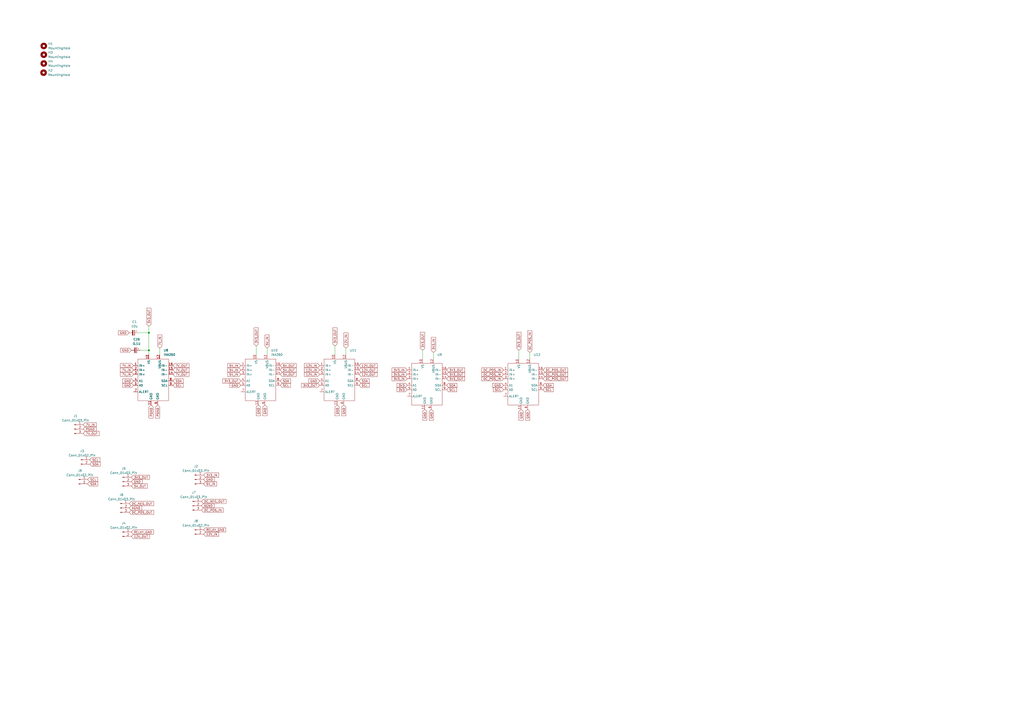
<source format=kicad_sch>
(kicad_sch (version 20231120) (generator "eeschema") (generator_version "8.0")
  (paper "A2")
  (lib_symbols
    (symbol "Connector:Conn_01x02_Pin" (pin_names (offset 1.016) hide)
      (property "Reference" "J" (at 0 2.54 0))
      (property "Value" "Conn_01x02_Pin" (at 0 -5.08 0))
      (symbol "Conn_01x02_Pin_1_1"
        (polyline (pts (xy 1.27 -2.54) (xy 0.8636 -2.54)) (stroke (width 0.1524)))
        (polyline (pts (xy 1.27 0) (xy 0.8636 0)) (stroke (width 0.1524)))
        (rectangle (start 0.8636 -2.413) (end 0 -2.667) (stroke (width 0.1524)) (fill (type outline)))
        (rectangle (start 0.8636 0.127) (end 0 -0.127) (stroke (width 0.1524)) (fill (type outline)))
        (pin passive line (at 5.08 0 180) (length 3.81) (name "Pin_1") (number "1"))
        (pin passive line (at 5.08 -2.54 180) (length 3.81) (name "Pin_2") (number "2"))
      )
    )
    (symbol "Connector:Conn_01x03_Pin" (pin_names (offset 1.016) hide)
      (property "Reference" "J" (at 0 5.08 0))
      (property "Value" "Conn_01x03_Pin" (at 0 -5.08 0))
      (symbol "Conn_01x03_Pin_1_1"
        (polyline (pts (xy 1.27 -2.54) (xy 0.8636 -2.54)) (stroke (width 0.1524)))
        (polyline (pts (xy 1.27 0) (xy 0.8636 0)) (stroke (width 0.1524)))
        (polyline (pts (xy 1.27 2.54) (xy 0.8636 2.54)) (stroke (width 0.1524)))
        (rectangle (start 0.8636 -2.413) (end 0 -2.667) (stroke (width 0.1524)) (fill (type outline)))
        (rectangle (start 0.8636 0.127) (end 0 -0.127) (stroke (width 0.1524)) (fill (type outline)))
        (rectangle (start 0.8636 2.667) (end 0 2.413) (stroke (width 0.1524)) (fill (type outline)))
        (pin passive line (at 5.08 2.54 180) (length 3.81) (name "Pin_1") (number "1"))
        (pin passive line (at 5.08 0 180) (length 3.81) (name "Pin_2") (number "2"))
        (pin passive line (at 5.08 -2.54 180) (length 3.81) (name "Pin_3") (number "3"))
      )
    )
    (symbol "Custom:INA260"
      (property "Reference" "U" (at 0 0 0))
      (property "Value" "INA260" (at 7.112 6.858 0))
      (symbol "INA260_0_1"
        (rectangle (start -8.89 33.02) (end 8.89 8.89))
      )
      (symbol "INA260_1_1"
        (pin input line (at -11.43 29.21 0) (length 2.54) (name "IN+") (number "1"))
        (pin input line (at -2.54 35.56 270) (length 2.54) (name "VS") (number "10"))
        (pin input line (at -1.27 6.35 90) (length 2.54) (name "GND") (number "11"))
        (pin input line (at 3.81 35.56 270) (length 2.54) (name "VBUS") (number "12"))
        (pin input line (at 11.43 24.13 180) (length 2.54) (name "IN-") (number "14"))
        (pin input line (at 11.43 26.67 180) (length 2.54) (name "IN-") (number "15"))
        (pin input line (at 11.43 29.21 180) (length 2.54) (name "IN-") (number "16"))
        (pin input line (at -11.43 26.67 0) (length 2.54) (name "IN+") (number "2"))
        (pin input line (at -11.43 24.13 0) (length 2.54) (name "IN+") (number "3"))
        (pin input line (at -11.43 20.32 0) (length 2.54) (name "A1") (number "4"))
        (pin input line (at -11.43 17.78 0) (length 2.54) (name "A0") (number "5"))
        (pin input line (at 2.54 6.35 90) (length 2.54) (name "GND") (number "6"))
        (pin input line (at -11.43 13.97 0) (length 2.54) (name "ALERT") (number "7"))
        (pin input line (at 11.43 20.32 180) (length 2.54) (name "SDA") (number "8"))
        (pin input line (at 11.43 17.78 180) (length 2.54) (name "SCL") (number "9"))
      )
    )
    (symbol "Device:C_Polarized_Small" (pin_numbers hide) (pin_names (offset 0.254) hide)
      (property "Reference" "C" (at 0.254 1.778 0))
      (property "Value" "C_Polarized_Small" (at 0.254 -2.032 0))
      (symbol "C_Polarized_Small_0_1"
        (rectangle (start -1.524 -0.3048) (end 1.524 -0.6858) (fill (type outline)))
        (rectangle (start -1.524 0.6858) (end 1.524 0.3048))
        (polyline (pts (xy -1.27 1.524) (xy -0.762 1.524)))
        (polyline (pts (xy -1.016 1.27) (xy -1.016 1.778)))
      )
      (symbol "C_Polarized_Small_1_1"
        (pin passive line (at 0 2.54 270) (length 1.8542) (name "~") (number "1"))
        (pin passive line (at 0 -2.54 90) (length 1.8542) (name "~") (number "2"))
      )
    )
    (symbol "Mechanical:MountingHole" (pin_names (offset 1.016))
      (property "Reference" "H" (at 0 5.08 0))
      (property "Value" "MountingHole" (at 0 3.175 0))
      (symbol "MountingHole_0_1"
        (circle (center 0 0) (radius 1.27) (stroke (width 1.27)))
      )
    )
  )
  (junction (at 86.36 193.04))
  (junction (at 86.36 203.2))
  (wire (pts (xy 251.46 204.47) (xy 251.46 208.28)))
  (wire (pts (xy 86.36 193.04) (xy 86.36 203.2)))
  (wire (pts (xy 154.94 201.93) (xy 154.94 205.74)))
  (wire (pts (xy 194.31 200.66) (xy 194.31 205.74)))
  (wire (pts (xy 86.36 203.2) (xy 86.36 205.74)))
  (wire (pts (xy 307.34 204.47) (xy 307.34 208.28)))
  (wire (pts (xy 148.59 200.66) (xy 148.59 205.74)))
  (wire (pts (xy 200.66 201.93) (xy 200.66 205.74)))
  (wire (pts (xy 245.11 203.2) (xy 245.11 208.28)))
  (wire (pts (xy 80.01 193.04) (xy 86.36 193.04)))
  (wire (pts (xy 92.71 201.93) (xy 92.71 205.74)))
  (wire (pts (xy 81.28 203.2) (xy 86.36 203.2)))
  (wire (pts (xy 86.36 189.23) (xy 86.36 193.04)))
  (wire (pts (xy 300.99 203.2) (xy 300.99 208.28)))
  (global_label "3V3" (shape input) (at 236.22 226.06 180) (property "Intersheetrefs" "${INTERSHEET_REFS}" (effects (hide yes))))
  (global_label "DC_POS_IN" (shape input) (at 116.84 295.91 0) (property "Intersheetrefs" "${INTERSHEET_REFS}" (effects (hide yes))))
  (global_label "7V_OUT" (shape input) (at 48.26 251.46 0) (property "Intersheetrefs" "${INTERSHEET_REFS}" (effects (hide yes))))
  (global_label "5V_IN" (shape input) (at 139.7 217.17 180) (property "Intersheetrefs" "${INTERSHEET_REFS}" (effects (hide yes))))
  (global_label "3V3_OUT" (shape input) (at 148.59 200.66 90) (property "Intersheetrefs" "${INTERSHEET_REFS}" (effects (hide yes))))
  (global_label "GND" (shape input) (at 195.58 234.95 270) (property "Intersheetrefs" "${INTERSHEET_REFS}" (effects (hide yes))))
  (global_label "5V_OUT" (shape input) (at 162.56 212.09 0) (property "Intersheetrefs" "${INTERSHEET_REFS}" (effects (hide yes))))
  (global_label "DC_NEG_OUT" (shape input) (at 116.84 290.83 0) (property "Intersheetrefs" "${INTERSHEET_REFS}" (effects (hide yes))))
  (global_label "5V_OUT" (shape input) (at 162.56 217.17 0) (property "Intersheetrefs" "${INTERSHEET_REFS}" (effects (hide yes))))
  (global_label "DC_NEG_OUT" (shape input) (at 74.93 292.1 0) (property "Intersheetrefs" "${INTERSHEET_REFS}" (effects (hide yes))))
  (global_label "3V3_OUT" (shape input) (at 139.7 220.98 180) (property "Intersheetrefs" "${INTERSHEET_REFS}" (effects (hide yes))))
  (global_label "SCL" (shape input) (at 259.08 226.06 0) (property "Intersheetrefs" "${INTERSHEET_REFS}" (effects (hide yes))))
  (global_label "SDA" (shape input) (at 50.8 280.67 0) (property "Intersheetrefs" "${INTERSHEET_REFS}" (effects (hide yes))))
  (global_label "12V_OUT" (shape input) (at 208.28 214.63 0) (property "Intersheetrefs" "${INTERSHEET_REFS}" (effects (hide yes))))
  (global_label "DC_POS_OUT" (shape input) (at 314.96 217.17 0) (property "Intersheetrefs" "${INTERSHEET_REFS}" (effects (hide yes))))
  (global_label "GND" (shape input) (at 246.38 237.49 270) (property "Intersheetrefs" "${INTERSHEET_REFS}" (effects (hide yes))))
  (global_label "GND" (shape input) (at 185.42 220.98 180) (property "Intersheetrefs" "${INTERSHEET_REFS}" (effects (hide yes))))
  (global_label "GND" (shape input) (at 153.67 234.95 270) (property "Intersheetrefs" "${INTERSHEET_REFS}" (effects (hide yes))))
  (global_label "GND" (shape input) (at 77.47 223.52 180) (property "Intersheetrefs" "${INTERSHEET_REFS}" (effects (hide yes))))
  (global_label "DC_POS_OUT" (shape input) (at 314.96 219.71 0) (property "Intersheetrefs" "${INTERSHEET_REFS}" (effects (hide yes))))
  (global_label "5V_IN" (shape input) (at 139.7 214.63 180) (property "Intersheetrefs" "${INTERSHEET_REFS}" (effects (hide yes))))
  (global_label "3V3_IN" (shape input) (at 236.22 217.17 180) (property "Intersheetrefs" "${INTERSHEET_REFS}" (effects (hide yes))))
  (global_label "GND" (shape input) (at 149.86 234.95 270) (property "Intersheetrefs" "${INTERSHEET_REFS}" (effects (hide yes))))
  (global_label "3V3_OUT" (shape input) (at 259.08 214.63 0) (property "Intersheetrefs" "${INTERSHEET_REFS}" (effects (hide yes))))
  (global_label "5V_IN" (shape input) (at 139.7 212.09 180) (property "Intersheetrefs" "${INTERSHEET_REFS}" (effects (hide yes))))
  (global_label "GND" (shape input) (at 139.7 223.52 180) (property "Intersheetrefs" "${INTERSHEET_REFS}" (effects (hide yes))))
  (global_label "7V_OUT" (shape input) (at 100.33 214.63 0) (property "Intersheetrefs" "${INTERSHEET_REFS}" (effects (hide yes))))
  (global_label "PGND" (shape input) (at 87.63 234.95 270) (property "Intersheetrefs" "${INTERSHEET_REFS}" (effects (hide yes))))
  (global_label "GND" (shape input) (at 306.07 237.49 270) (property "Intersheetrefs" "${INTERSHEET_REFS}" (effects (hide yes))))
  (global_label "3V3_OUT" (shape input) (at 300.99 203.2 90) (property "Intersheetrefs" "${INTERSHEET_REFS}" (effects (hide yes))))
  (global_label "12V_IN" (shape input) (at 185.42 214.63 180) (property "Intersheetrefs" "${INTERSHEET_REFS}" (effects (hide yes))))
  (global_label "GND" (shape input) (at 76.2 279.4 0) (property "Intersheetrefs" "${INTERSHEET_REFS}" (effects (hide yes))))
  (global_label "7V_IN" (shape input) (at 77.47 217.17 180) (property "Intersheetrefs" "${INTERSHEET_REFS}" (effects (hide yes))))
  (global_label "GND" (shape input) (at 118.11 278.13 0) (property "Intersheetrefs" "${INTERSHEET_REFS}" (effects (hide yes))))
  (global_label "3V3_OUT" (shape input) (at 259.08 217.17 0) (property "Intersheetrefs" "${INTERSHEET_REFS}" (effects (hide yes))))
  (global_label "3V3_IN" (shape input) (at 251.46 204.47 90) (property "Intersheetrefs" "${INTERSHEET_REFS}" (effects (hide yes))))
  (global_label "7V_IN" (shape input) (at 48.26 246.38 0) (property "Intersheetrefs" "${INTERSHEET_REFS}" (effects (hide yes))))
  (global_label "3V3_OUT" (shape input) (at 259.08 219.71 0) (property "Intersheetrefs" "${INTERSHEET_REFS}" (effects (hide yes))))
  (global_label "DC_POS_IN" (shape input) (at 307.34 204.47 90) (property "Intersheetrefs" "${INTERSHEET_REFS}" (effects (hide yes))))
  (global_label "GND" (shape input) (at 77.47 220.98 180) (property "Intersheetrefs" "${INTERSHEET_REFS}" (effects (hide yes))))
  (global_label "3V3_OUT" (shape input) (at 245.11 203.2 90) (property "Intersheetrefs" "${INTERSHEET_REFS}" (effects (hide yes))))
  (global_label "DC_POS_IN" (shape input) (at 292.1 219.71 180) (property "Intersheetrefs" "${INTERSHEET_REFS}" (effects (hide yes))))
  (global_label "12V_OUT" (shape input) (at 208.28 217.17 0) (property "Intersheetrefs" "${INTERSHEET_REFS}" (effects (hide yes))))
  (global_label "7V_IN" (shape input) (at 92.71 201.93 90) (property "Intersheetrefs" "${INTERSHEET_REFS}" (effects (hide yes))))
  (global_label "5V_OUT" (shape input) (at 162.56 214.63 0) (property "Intersheetrefs" "${INTERSHEET_REFS}" (effects (hide yes))))
  (global_label "RELAY_GND" (shape input) (at 118.11 307.34 0) (property "Intersheetrefs" "${INTERSHEET_REFS}" (effects (hide yes))))
  (global_label "5V_IN" (shape input) (at 154.94 201.93 90) (property "Intersheetrefs" "${INTERSHEET_REFS}" (effects (hide yes))))
  (global_label "GND" (shape input) (at 292.1 223.52 180) (property "Intersheetrefs" "${INTERSHEET_REFS}" (effects (hide yes))))
  (global_label "GND" (shape input) (at 250.19 237.49 270) (property "Intersheetrefs" "${INTERSHEET_REFS}" (effects (hide yes))))
  (global_label "SCL" (shape input) (at 292.1 226.06 180) (property "Intersheetrefs" "${INTERSHEET_REFS}" (effects (hide yes))))
  (global_label "3V3" (shape input) (at 236.22 223.52 180) (property "Intersheetrefs" "${INTERSHEET_REFS}" (effects (hide yes))))
  (global_label "PGND" (shape input) (at 91.44 234.95 270) (property "Intersheetrefs" "${INTERSHEET_REFS}" (effects (hide yes))))
  (global_label "PGND" (shape input) (at 48.26 248.92 0) (property "Intersheetrefs" "${INTERSHEET_REFS}" (effects (hide yes))))
  (global_label "SCL" (shape input) (at 208.28 223.52 0) (property "Intersheetrefs" "${INTERSHEET_REFS}" (effects (hide yes))))
  (global_label "SCL" (shape input) (at 162.56 223.52 0) (property "Intersheetrefs" "${INTERSHEET_REFS}" (effects (hide yes))))
  (global_label "DC_POS_OUT" (shape input) (at 314.96 214.63 0) (property "Intersheetrefs" "${INTERSHEET_REFS}" (effects (hide yes))))
  (global_label "7V_OUT" (shape input) (at 100.33 212.09 0) (property "Intersheetrefs" "${INTERSHEET_REFS}" (effects (hide yes))))
  (global_label "AGND" (shape input) (at 74.93 294.64 0) (property "Intersheetrefs" "${INTERSHEET_REFS}" (effects (hide yes))))
  (global_label "SCL" (shape input) (at 314.96 226.06 0) (property "Intersheetrefs" "${INTERSHEET_REFS}" (effects (hide yes))))
  (global_label "RELAY_GND" (shape input) (at 76.2 308.61 0) (property "Intersheetrefs" "${INTERSHEET_REFS}" (effects (hide yes))))
  (global_label "3V3_OUT" (shape input) (at 76.2 276.86 0) (property "Intersheetrefs" "${INTERSHEET_REFS}" (effects (hide yes))))
  (global_label "3V3_IN" (shape input) (at 118.11 275.59 0) (property "Intersheetrefs" "${INTERSHEET_REFS}" (effects (hide yes))))
  (global_label "SDA" (shape input) (at 100.33 220.98 0) (property "Intersheetrefs" "${INTERSHEET_REFS}" (effects (hide yes))))
  (global_label "SDA" (shape input) (at 52.07 269.24 0) (property "Intersheetrefs" "${INTERSHEET_REFS}" (effects (hide yes))))
  (global_label "SDA" (shape input) (at 208.28 220.98 0) (property "Intersheetrefs" "${INTERSHEET_REFS}" (effects (hide yes))))
  (global_label "12V_IN" (shape input) (at 185.42 212.09 180) (property "Intersheetrefs" "${INTERSHEET_REFS}" (effects (hide yes))))
  (global_label "3V3_OUT" (shape input) (at 185.42 223.52 180) (property "Intersheetrefs" "${INTERSHEET_REFS}" (effects (hide yes))))
  (global_label "AGND" (shape input) (at 116.84 293.37 0) (property "Intersheetrefs" "${INTERSHEET_REFS}" (effects (hide yes))))
  (global_label "3V3_OUT" (shape input) (at 194.31 200.66 90) (property "Intersheetrefs" "${INTERSHEET_REFS}" (effects (hide yes))))
  (global_label "3V3_IN" (shape input) (at 236.22 219.71 180) (property "Intersheetrefs" "${INTERSHEET_REFS}" (effects (hide yes))))
  (global_label "12V_IN" (shape input) (at 200.66 201.93 90) (property "Intersheetrefs" "${INTERSHEET_REFS}" (effects (hide yes))))
  (global_label "3V3_IN" (shape input) (at 236.22 214.63 180) (property "Intersheetrefs" "${INTERSHEET_REFS}" (effects (hide yes))))
  (global_label "GND" (shape input) (at 74.93 193.04 180) (property "Intersheetrefs" "${INTERSHEET_REFS}" (effects (hide yes))))
  (global_label "7V_OUT" (shape input) (at 100.33 217.17 0) (property "Intersheetrefs" "${INTERSHEET_REFS}" (effects (hide yes))))
  (global_label "DC_POS_IN" (shape input) (at 292.1 217.17 180) (property "Intersheetrefs" "${INTERSHEET_REFS}" (effects (hide yes))))
  (global_label "SCL" (shape input) (at 100.33 223.52 0) (property "Intersheetrefs" "${INTERSHEET_REFS}" (effects (hide yes))))
  (global_label "5V_OUT" (shape input) (at 76.2 281.94 0) (property "Intersheetrefs" "${INTERSHEET_REFS}" (effects (hide yes))))
  (global_label "3V3_OUT" (shape input) (at 86.36 189.23 90) (property "Intersheetrefs" "${INTERSHEET_REFS}" (effects (hide yes))))
  (global_label "GND" (shape input) (at 199.39 234.95 270) (property "Intersheetrefs" "${INTERSHEET_REFS}" (effects (hide yes))))
  (global_label "SDA" (shape input) (at 259.08 223.52 0) (property "Intersheetrefs" "${INTERSHEET_REFS}" (effects (hide yes))))
  (global_label "SDA" (shape input) (at 314.96 223.52 0) (property "Intersheetrefs" "${INTERSHEET_REFS}" (effects (hide yes))))
  (global_label "12V_IN" (shape input) (at 118.11 309.88 0) (property "Intersheetrefs" "${INTERSHEET_REFS}" (effects (hide yes))))
  (global_label "SCL" (shape input) (at 50.8 278.13 0) (property "Intersheetrefs" "${INTERSHEET_REFS}" (effects (hide yes))))
  (global_label "GND" (shape input) (at 76.2 203.2 180) (property "Intersheetrefs" "${INTERSHEET_REFS}" (effects (hide yes))))
  (global_label "12V_IN" (shape input) (at 185.42 217.17 180) (property "Intersheetrefs" "${INTERSHEET_REFS}" (effects (hide yes))))
  (global_label "5V_IN" (shape input) (at 118.11 280.67 0) (property "Intersheetrefs" "${INTERSHEET_REFS}" (effects (hide yes))))
  (global_label "DC_POS_OUT" (shape input) (at 74.93 297.18 0) (property "Intersheetrefs" "${INTERSHEET_REFS}" (effects (hide yes))))
  (global_label "12V_OUT" (shape input) (at 76.2 311.15 0) (property "Intersheetrefs" "${INTERSHEET_REFS}" (effects (hide yes))))
  (global_label "GND" (shape input) (at 302.26 237.49 270) (property "Intersheetrefs" "${INTERSHEET_REFS}" (effects (hide yes))))
  (global_label "SCL" (shape input) (at 52.07 266.7 0) (property "Intersheetrefs" "${INTERSHEET_REFS}" (effects (hide yes))))
  (global_label "SDA" (shape input) (at 162.56 220.98 0) (property "Intersheetrefs" "${INTERSHEET_REFS}" (effects (hide yes))))
  (global_label "12V_OUT" (shape input) (at 208.28 212.09 0) (property "Intersheetrefs" "${INTERSHEET_REFS}" (effects (hide yes))))
  (global_label "7V_IN" (shape input) (at 77.47 212.09 180) (property "Intersheetrefs" "${INTERSHEET_REFS}" (effects (hide yes))))
  (global_label "7V_IN" (shape input) (at 77.47 214.63 180) (property "Intersheetrefs" "${INTERSHEET_REFS}" (effects (hide yes))))
  (global_label "DC_POS_IN" (shape input) (at 292.1 214.63 180) (property "Intersheetrefs" "${INTERSHEET_REFS}" (effects (hide yes))))
  (symbol (lib_id "Connector:Conn_01x03_Pin") (at 69.85 294.64 0) (unit 1)
    (property "Reference" "J6" (at 70.485 287.02 0))
    (property "Value" "Conn_01x03_Pin" (at 70.485 289.56 0))
    (property "Footprint" "Connector_JST:JST_PH_B3B-PH-K_1x03_P2.00mm_Vertical" (effects (hide yes)))
    (property "Description" "Generic connector, single row, 01x03, script generated" (effects (hide yes)))
  )
  (symbol (lib_id "Mechanical:MountingHole") (at 25.4 36.83 0) (unit 1)
    (property "Reference" "H4" (at 27.94 35.5599 0) (effects (justify left)))
    (property "Value" "MountingHole" (at 27.94 38.0999 0) (effects (justify left)))
    (property "Footprint" "MountingHole:MountingHole_3.2mm_M3_DIN965_Pad_TopOnly" (effects (hide yes)))
  )
  (symbol (lib_id "Connector:Conn_01x03_Pin") (at 43.18 248.92 0) (unit 1)
    (property "Reference" "J1" (at 43.815 241.3 0))
    (property "Value" "Conn_01x03_Pin" (at 43.815 243.84 0))
    (property "Footprint" "Connector_JST:JST_PH_B3B-PH-K_1x03_P2.00mm_Vertical" (effects (hide yes)))
    (property "Description" "Generic connector, single row, 01x03, script generated" (effects (hide yes)))
  )
  (symbol (lib_id "Connector:Conn_01x02_Pin") (at 45.72 278.13 0) (unit 1)
    (property "Reference" "J9" (at 46.355 273.05 0))
    (property "Value" "Conn_01x02_Pin" (at 46.355 275.59 0))
    (property "Footprint" "Connector_JST:JST_PH_B2B-PH-K_1x02_P2.00mm_Vertical" (effects (hide yes)))
    (property "Description" "Generic connector, single row, 01x02, script generated" (effects (hide yes)))
  )
  (symbol (lib_id "Connector:Conn_01x03_Pin") (at 71.12 279.4 0) (unit 1)
    (property "Reference" "J5" (at 71.755 271.78 0))
    (property "Value" "Conn_01x03_Pin" (at 71.755 274.32 0))
    (property "Footprint" "Connector_JST:JST_PH_B3B-PH-K_1x03_P2.00mm_Vertical" (effects (hide yes)))
    (property "Description" "Generic connector, single row, 01x03, script generated" (effects (hide yes)))
  )
  (symbol (lib_id "Connector:Conn_01x02_Pin") (at 113.03 307.34 0) (unit 1)
    (property "Reference" "J8" (at 113.665 302.26 0))
    (property "Value" "Conn_01x02_Pin" (at 113.665 304.8 0))
    (property "Footprint" "Connector_JST:JST_PH_B2B-PH-K_1x02_P2.00mm_Vertical" (effects (hide yes)))
    (property "Description" "Generic connector, single row, 01x02, script generated" (effects (hide yes)))
  )
  (symbol (lib_id "Custom:INA260") (at 196.85 241.3 0) (unit 1)
    (property "Reference" "U11" (at 202.8541 203.2 0) (effects (justify left)))
    (property "Value" "INA260" (effects (hide yes)))
    (property "Footprint" "Package_SO:TSSOP-16_4.4x5mm_P0.65mm" (effects (hide yes)))
  )
  (symbol (lib_id "Custom:INA260") (at 303.53 243.84 0) (unit 1)
    (property "Reference" "U12" (at 309.5341 205.74 0) (effects (justify left)))
    (property "Value" "INA260" (effects (hide yes)))
    (property "Footprint" "Package_SO:TSSOP-16_4.4x5mm_P0.65mm" (effects (hide yes)))
  )
  (symbol (lib_id "Custom:INA260") (at 88.9 241.3 0) (unit 1)
    (property "Reference" "U8" (at 94.9041 203.2 0) (effects (justify left)))
    (property "Value" "INA260" (at 94.9041 205.74 0) (effects (justify left)))
    (property "Footprint" "Package_SO:TSSOP-16_4.4x5mm_P0.65mm" (effects (hide yes)))
  )
  (symbol (lib_id "Connector:Conn_01x02_Pin") (at 71.12 308.61 0) (unit 1)
    (property "Reference" "J4" (at 71.755 303.53 0))
    (property "Value" "Conn_01x02_Pin" (at 71.755 306.07 0))
    (property "Footprint" "Connector_JST:JST_PH_B2B-PH-K_1x02_P2.00mm_Vertical" (effects (hide yes)))
    (property "Description" "Generic connector, single row, 01x02, script generated" (effects (hide yes)))
  )
  (symbol (lib_id "Mechanical:MountingHole") (at 25.4 31.75 0) (unit 1)
    (property "Reference" "H3" (at 27.94 30.4799 0) (effects (justify left)))
    (property "Value" "MountingHole" (at 27.94 33.0199 0) (effects (justify left)))
    (property "Footprint" "MountingHole:MountingHole_3.2mm_M3_DIN965_Pad_TopOnly" (effects (hide yes)))
  )
  (symbol (lib_id "Mechanical:MountingHole") (at 25.4 26.67 0) (unit 1)
    (property "Reference" "H1" (at 27.94 25.3999 0) (effects (justify left)))
    (property "Value" "MountingHole" (at 27.94 27.9399 0) (effects (justify left)))
    (property "Footprint" "MountingHole:MountingHole_3.2mm_M3_DIN965_Pad_TopOnly" (effects (hide yes)))
  )
  (symbol (lib_id "Device:C_Polarized_Small") (at 78.74 203.2 270) (unit 1)
    (property "Reference" "C26" (at 79.2861 196.85 90))
    (property "Value" "0.1U" (at 79.2861 199.39 90))
    (property "Footprint" "Capacitor_SMD:C_0603_1608Metric_Pad1.08x0.95mm_HandSolder" (effects (hide yes)))
  )
  (symbol (lib_id "Custom:INA260") (at 247.65 243.84 0) (unit 1)
    (property "Reference" "U9" (at 253.6541 205.74 0) (effects (justify left)))
    (property "Value" "INA260" (effects (hide yes)))
    (property "Footprint" "Package_SO:TSSOP-16_4.4x5mm_P0.65mm" (effects (hide yes)))
  )
  (symbol (lib_id "Device:C_Polarized_Small") (at 77.47 193.04 270) (unit 1)
    (property "Reference" "C1" (at 78.0161 186.69 90))
    (property "Value" "10u" (at 78.0161 189.23 90))
    (property "Footprint" "Capacitor_SMD:C_1206_3216Metric_Pad1.33x1.80mm_HandSolder" (effects (hide yes)))
  )
  (symbol (lib_id "Connector:Conn_01x03_Pin") (at 113.03 278.13 0) (unit 1)
    (property "Reference" "J2" (at 113.665 270.51 0))
    (property "Value" "Conn_01x03_Pin" (at 113.665 273.05 0))
    (property "Footprint" "Connector_JST:JST_PH_B3B-PH-K_1x03_P2.00mm_Vertical" (effects (hide yes)))
    (property "Description" "Generic connector, single row, 01x03, script generated" (effects (hide yes)))
  )
  (symbol (lib_id "Mechanical:MountingHole") (at 25.273 42.164 0) (unit 1)
    (property "Reference" "H2" (at 27.813 40.8939 0) (effects (justify left)))
    (property "Value" "MountingHole" (at 27.813 43.4339 0) (effects (justify left)))
    (property "Footprint" "MountingHole:MountingHole_3.2mm_M3_DIN965_Pad_TopOnly" (effects (hide yes)))
  )
  (symbol (lib_id "Connector:Conn_01x03_Pin") (at 111.76 293.37 0) (unit 1)
    (property "Reference" "J7" (at 112.395 285.75 0))
    (property "Value" "Conn_01x03_Pin" (at 112.395 288.29 0))
    (property "Footprint" "Connector_JST:JST_PH_B3B-PH-K_1x03_P2.00mm_Vertical" (effects (hide yes)))
    (property "Description" "Generic connector, single row, 01x03, script generated" (effects (hide yes)))
  )
  (symbol (lib_id "Connector:Conn_01x02_Pin") (at 46.99 266.7 0) (unit 1)
    (property "Reference" "J3" (at 47.625 261.62 0))
    (property "Value" "Conn_01x02_Pin" (at 47.625 264.16 0))
    (property "Footprint" "Connector_JST:JST_PH_B2B-PH-K_1x02_P2.00mm_Vertical" (effects (hide yes)))
    (property "Description" "Generic connector, single row, 01x02, script generated" (effects (hide yes)))
  )
  (symbol (lib_id "Custom:INA260") (at 151.13 241.3 0) (unit 1)
    (property "Reference" "U10" (at 157.1341 203.2 0) (effects (justify left)))
    (property "Value" "INA260" (at 157.1341 205.74 0) (effects (justify left)))
    (property "Footprint" "Package_SO:TSSOP-16_4.4x5mm_P0.65mm" (effects (hide yes)))
  )
)
</source>
